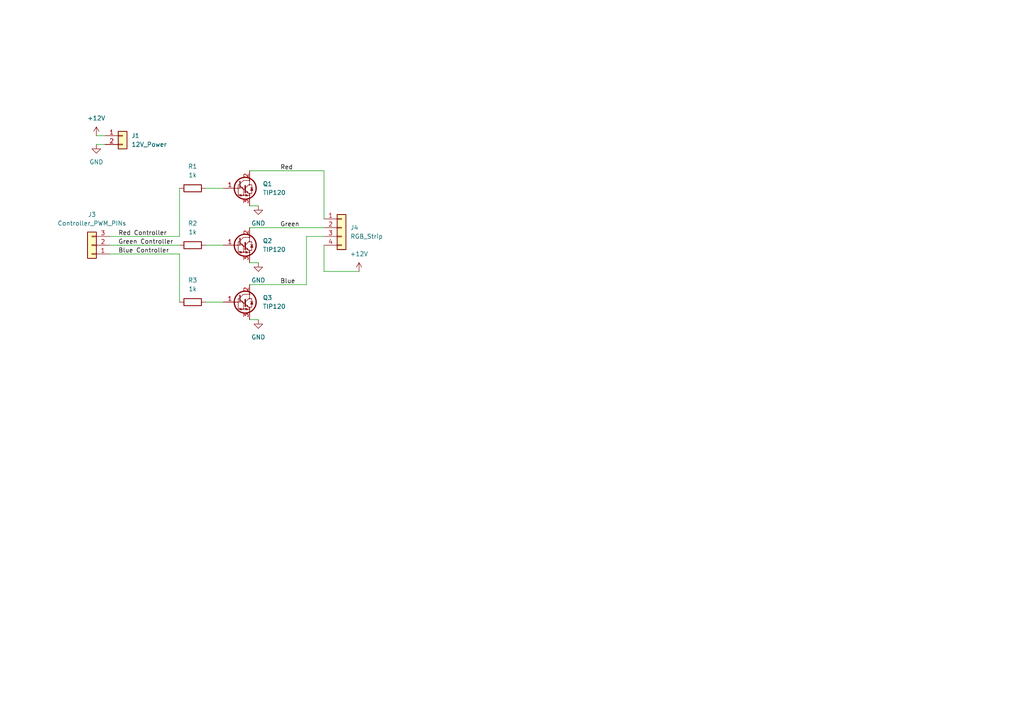
<source format=kicad_sch>
(kicad_sch (version 20211123) (generator eeschema)
  (paper "A4")
  (title_block (date "2022-08-22"))
  (lib_symbols
    (symbol "Connector_Generic:Conn_01x02" (pin_names (offset 1.016) hide)
      (property "Reference" "J" (at 0 2.54 0))
      (property "Value" "Conn_01x02" (at 0 -5.08 0))
      (symbol "Conn_01x02_1_1"
        (rectangle (start -1.27 -2.413) (end 0 -2.667) (stroke (width 0.1524)))
        (rectangle (start -1.27 0.127) (end 0 -0.127) (stroke (width 0.1524)))
        (rectangle (start -1.27 1.27) (end 1.27 -3.81) (stroke (width 0.254)) (fill (type background)))
        (pin passive line (at -5.08 0 0) (length 3.81) (name "Pin_1") (number "1"))
        (pin passive line (at -5.08 -2.54 0) (length 3.81) (name "Pin_2") (number "2"))
      )
    )
    (symbol "Connector_Generic:Conn_01x03" (pin_names (offset 1.016) hide)
      (property "Reference" "J" (at 0 5.08 0))
      (property "Value" "Conn_01x03" (at 0 -5.08 0))
      (symbol "Conn_01x03_1_1"
        (rectangle (start -1.27 -2.413) (end 0 -2.667) (stroke (width 0.1524)))
        (rectangle (start -1.27 0.127) (end 0 -0.127) (stroke (width 0.1524)))
        (rectangle (start -1.27 2.667) (end 0 2.413) (stroke (width 0.1524)))
        (rectangle (start -1.27 3.81) (end 1.27 -3.81) (stroke (width 0.254)) (fill (type background)))
        (pin passive line (at -5.08 2.54 0) (length 3.81) (name "Pin_1") (number "1"))
        (pin passive line (at -5.08 0 0) (length 3.81) (name "Pin_2") (number "2"))
        (pin passive line (at -5.08 -2.54 0) (length 3.81) (name "Pin_3") (number "3"))
      )
    )
    (symbol "Connector_Generic:Conn_01x04" (pin_names (offset 1.016) hide)
      (property "Reference" "J" (at 0 5.08 0))
      (property "Value" "Conn_01x04" (at 0 -7.62 0))
      (symbol "Conn_01x04_1_1"
        (rectangle (start -1.27 -4.953) (end 0 -5.207) (stroke (width 0.1524)))
        (rectangle (start -1.27 -2.413) (end 0 -2.667) (stroke (width 0.1524)))
        (rectangle (start -1.27 0.127) (end 0 -0.127) (stroke (width 0.1524)))
        (rectangle (start -1.27 2.667) (end 0 2.413) (stroke (width 0.1524)))
        (rectangle (start -1.27 3.81) (end 1.27 -6.35) (stroke (width 0.254)) (fill (type background)))
        (pin passive line (at -5.08 2.54 0) (length 3.81) (name "Pin_1") (number "1"))
        (pin passive line (at -5.08 0 0) (length 3.81) (name "Pin_2") (number "2"))
        (pin passive line (at -5.08 -2.54 0) (length 3.81) (name "Pin_3") (number "3"))
        (pin passive line (at -5.08 -5.08 0) (length 3.81) (name "Pin_4") (number "4"))
      )
    )
    (symbol "Device:R" (pin_numbers hide) (pin_names (offset 0))
      (property "Reference" "R" (at 2.032 0 90))
      (property "Value" "R" (at 0 0 90))
      (symbol "R_0_1"
        (rectangle (start -1.016 -2.54) (end 1.016 2.54) (stroke (width 0.254)))
      )
      (symbol "R_1_1"
        (pin passive line (at 0 3.81 270) (length 1.27) (name "~") (number "1"))
        (pin passive line (at 0 -3.81 90) (length 1.27) (name "~") (number "2"))
      )
    )
    (symbol "Transistor_BJT:TIP120" (pin_names (offset 0) hide)
      (property "Reference" "Q" (at 5.08 1.905 0))
      (property "Value" "TIP120" (at 5.08 0 0))
      (symbol "TIP120_0_1"
        (circle (center -0.762 0) (radius 0.127))
        (polyline (pts (xy -1.27 0) (xy -0.889 0)))
        (polyline (pts (xy 2.54 -2.032) (xy 2.54 -2.54)))
        (polyline (pts (xy 2.54 -1.524) (xy 3.175 -1.524)))
        (polyline (pts (xy 2.794 0.127) (xy 3.556 0.127)))
        (polyline (pts (xy 3.175 -0.635) (xy 3.175 -1.524)))
        (polyline (pts (xy 3.175 1.016) (xy 2.54 1.016)))
        (polyline (pts (xy 3.175 1.016) (xy 3.175 0.127)))
        (polyline (pts (xy -0.254 0.762) (xy 0.762 -0.254) (xy 1.27 -0.254)))
        (polyline (pts (xy -0.254 1.016) (xy -0.762 1.016) (xy -0.762 -2.032)))
        (polyline (pts (xy -0.254 1.27) (xy 0.762 2.286) (xy 2.54 2.286)))
        (polyline (pts (xy -0.254 2.032) (xy -0.254 0) (xy -0.254 0)) (stroke (width 0.3048)))
        (polyline (pts (xy 1.27 0.762) (xy 1.27 -1.27) (xy 1.27 -1.27)) (stroke (width 0.381)))
        (polyline (pts (xy 0.635 -0.127) (xy 0.381 0.381) (xy 0.127 0.127) (xy 0.635 -0.127)))
        (polyline (pts (xy 1.27 -0.508) (xy 2.286 -1.524) (xy 2.54 -1.524) (xy 2.54 -2.032)))
        (polyline (pts (xy 1.27 0) (xy 2.286 1.016) (xy 2.54 1.016) (xy 2.54 2.286)))
        (polyline (pts (xy 2.159 -1.397) (xy 1.905 -0.889) (xy 1.651 -1.143) (xy 2.159 -1.397)))
        (polyline (pts (xy 3.175 0.127) (xy 2.794 -0.635) (xy 3.556 -0.635) (xy 3.175 0.127)) (fill (type outline)))
        (polyline (pts (xy 0.762 -2.032) (xy 0.381 -2.032) (xy 0.254 -2.286) (xy 0.127 -1.778) (xy 0 -2.286) (xy -0.127 -1.778) (xy -0.254 -2.286) (xy -0.381 -1.778) (xy -0.508 -2.032) (xy -0.762 -2.032)))
        (polyline (pts (xy 0.762 -0.254) (xy 0.762 -2.032) (xy 1.143 -2.032) (xy 1.27 -1.778) (xy 1.397 -2.286) (xy 1.524 -1.778) (xy 1.651 -2.286) (xy 1.778 -1.778) (xy 1.905 -2.286) (xy 2.032 -2.032) (xy 2.54 -2.032)))
        (circle (center 0.762 -2.032) (radius 0.127))
        (circle (center 0.762 -0.254) (radius 0.127))
        (circle (center 1.27 0) (radius 3.175) (stroke (width 0.3556)))
        (circle (center 2.54 -2.032) (radius 0.127))
        (circle (center 2.54 -1.524) (radius 0.127))
        (circle (center 2.54 1.016) (radius 0.127))
        (circle (center 2.54 2.286) (radius 0.127))
      )
      (symbol "TIP120_1_1"
        (pin input line (at -5.08 0 0) (length 3.81) (name "B") (number "1"))
        (pin passive line (at 2.54 5.08 270) (length 2.667) (name "C") (number "2"))
        (pin passive line (at 2.54 -5.08 90) (length 2.54) (name "E") (number "3"))
      )
    )
    (symbol "power:+12V" (power) (pin_names (offset 0))
      (property "Value" "+12V" (at 0 3.556 0))
      (symbol "+12V_0_1"
        (polyline (pts (xy -0.762 1.27) (xy 0 2.54)))
        (polyline (pts (xy 0 0) (xy 0 2.54)))
        (polyline (pts (xy 0 2.54) (xy 0.762 1.27)))
      )
      (symbol "+12V_1_1"
        (pin power_in line (at 0 0 90) (length 0) hide (name "+12V") (number "1"))
      )
    )
    (symbol "power:GND" (power) (pin_names (offset 0))
      (property "Value" "GND" (at 0 -3.81 0))
      (symbol "GND_0_1"
        (polyline (pts (xy 0 0) (xy 0 -1.27) (xy 1.27 -1.27) (xy 0 -2.54) (xy -1.27 -1.27) (xy 0 -1.27)))
      )
      (symbol "GND_1_1"
        (pin power_in line (at 0 0 270) (length 0) hide (name "GND") (number "1"))
      )
    )
  )
  (wire (pts (xy 88.9 68.58) (xy 93.98 68.58)))
  (wire (pts (xy 93.98 71.12) (xy 93.98 78.74)))
  (wire (pts (xy 72.39 59.69) (xy 74.93 59.69)))
  (wire (pts (xy 72.39 82.55) (xy 88.9 82.55)))
  (wire (pts (xy 27.94 39.37) (xy 30.48 39.37)))
  (wire (pts (xy 59.69 87.63) (xy 64.77 87.63)))
  (wire (pts (xy 27.94 41.91) (xy 30.48 41.91)))
  (wire (pts (xy 72.39 49.53) (xy 93.98 49.53)))
  (wire (pts (xy 88.9 82.55) (xy 88.9 68.58)))
  (wire (pts (xy 52.07 68.58) (xy 52.07 54.61)))
  (wire (pts (xy 72.39 76.2) (xy 74.93 76.2)))
  (wire (pts (xy 59.69 71.12) (xy 64.77 71.12)))
  (wire (pts (xy 72.39 92.71) (xy 74.93 92.71)))
  (wire (pts (xy 31.75 68.58) (xy 52.07 68.58)))
  (wire (pts (xy 31.75 71.12) (xy 52.07 71.12)))
  (wire (pts (xy 31.75 73.66) (xy 52.07 73.66)))
  (wire (pts (xy 52.07 73.66) (xy 52.07 87.63)))
  (wire (pts (xy 59.69 54.61) (xy 64.77 54.61)))
  (wire (pts (xy 93.98 78.74) (xy 104.14 78.74)))
  (wire (pts (xy 72.39 66.04) (xy 93.98 66.04)))
  (wire (pts (xy 93.98 49.53) (xy 93.98 63.5)))
  (label "Green Controller" (at 34.29 71.12 0))
  (label "Red" (at 81.28 49.53 0))
  (label "Blue" (at 81.28 82.55 0))
  (label "Blue Controller" (at 34.29 73.66 0))
  (label "Red Controller" (at 34.29 68.58 0))
  (label "Green" (at 81.28 66.04 0))
  (symbol (lib_id "Transistor_BJT:TIP120") (at 69.85 87.63 0) (unit 1)
    (property "Reference" "Q3" (at 76.2 86.3599 0) (effects (justify left)))
    (property "Value" "TIP120" (at 76.2 88.8999 0) (effects (justify left)))
    (property "Footprint" "Package_TO_SOT_THT:TO-220-3_Vertical" (effects hide))
    (property "Datasheet" "https://www.onsemi.com/pub/Collateral/TIP120-D.PDF" (effects hide))
  )
  (symbol (lib_id "Connector_Generic:Conn_01x02") (at 35.56 39.37 0) (unit 1)
    (property "Reference" "J1" (at 38.1 39.3699 0) (effects (justify left)))
    (property "Value" "12V_Power" (at 38.1 41.9099 0) (effects (justify left)))
    (property "Footprint" "Connector_Project:Connector CTB1202_2BK" (effects hide))
    (property "Datasheet" "https://www.farnell.com/datasheets/2866642.pdf" (effects hide))
  )
  (symbol (lib_id "Device:R") (at 55.88 87.63 90) (unit 1)
    (property "Reference" "R3" (at 55.88 81.28 90))
    (property "Value" "1k" (at 55.88 83.82 90))
    (property "Footprint" "Resistor_THT:R_Axial_DIN0207_L6.3mm_D2.5mm_P15.24mm_Horizontal" (effects hide))
  )
  (symbol (lib_id "Transistor_BJT:TIP120") (at 69.85 54.61 0) (unit 1)
    (property "Reference" "Q1" (at 76.2 53.3399 0) (effects (justify left)))
    (property "Value" "TIP120" (at 76.2 55.8799 0) (effects (justify left)))
    (property "Footprint" "Package_TO_SOT_THT:TO-220-3_Vertical" (effects hide))
    (property "Datasheet" "https://www.onsemi.com/pub/Collateral/TIP120-D.PDF" (effects hide))
  )
  (symbol (lib_id "Transistor_BJT:TIP120") (at 69.85 71.12 0) (unit 1)
    (property "Reference" "Q2" (at 76.2 69.8499 0) (effects (justify left)))
    (property "Value" "TIP120" (at 76.2 72.3899 0) (effects (justify left)))
    (property "Footprint" "Package_TO_SOT_THT:TO-220-3_Vertical" (effects hide))
    (property "Datasheet" "https://www.onsemi.com/pub/Collateral/TIP120-D.PDF" (effects hide))
  )
  (symbol (lib_id "power:+12V") (at 27.94 39.37 0) (unit 1)
    (property "Reference" "#PWR0108" (effects hide))
    (property "Value" "+12V" (at 27.94 34.29 0))
  )
  (symbol (lib_id "power:GND") (at 74.93 76.2 0) (unit 1)
    (property "Reference" "#PWR0111" (effects hide))
    (property "Value" "GND" (at 74.93 81.28 0))
  )
  (symbol (lib_id "power:GND") (at 74.93 59.69 0) (unit 1)
    (property "Reference" "#PWR0110" (effects hide))
    (property "Value" "GND" (at 74.93 64.77 0))
  )
  (symbol (lib_id "Connector_Generic:Conn_01x03") (at 26.67 71.12 180) (unit 1)
    (property "Reference" "J3" (at 26.67 62.23 0))
    (property "Value" "Controller_PWM_PINs" (at 26.67 64.77 0))
    (property "Footprint" "Connector_PinHeader_2.54mm:PinHeader_1x03_P2.54mm_Horizontal" (effects hide))
    (property "Datasheet" "https://www.farnell.com/datasheets/2977292.pdf" (effects hide))
  )
  (symbol (lib_id "power:+12V") (at 104.14 78.74 0) (unit 1)
    (property "Reference" "#PWR0104" (effects hide))
    (property "Value" "+12V" (at 104.14 73.66 0))
  )
  (symbol (lib_id "Device:R") (at 55.88 54.61 90) (unit 1)
    (property "Reference" "R1" (at 55.88 48.26 90))
    (property "Value" "1k" (at 55.88 50.8 90))
    (property "Footprint" "Resistor_THT:R_Axial_DIN0207_L6.3mm_D2.5mm_P15.24mm_Horizontal" (effects hide))
  )
  (symbol (lib_id "power:GND") (at 27.94 41.91 0) (unit 1)
    (property "Reference" "#PWR0107" (effects hide))
    (property "Value" "GND" (at 27.94 46.99 0))
  )
  (symbol (lib_id "power:GND") (at 74.93 92.71 0) (unit 1)
    (property "Reference" "#PWR0109" (effects hide))
    (property "Value" "GND" (at 74.93 97.79 0))
  )
  (symbol (lib_id "Connector_Generic:Conn_01x04") (at 99.06 66.04 0) (unit 1)
    (property "Reference" "J4" (at 101.6 66.0399 0) (effects (justify left)))
    (property "Value" "RGB_Strip" (at 101.6 68.5799 0) (effects (justify left)))
    (property "Footprint" "Connector_Project:Connector CTB1202_4BK" (effects hide))
    (property "Datasheet" "https://www.farnell.com/datasheets/2866642.pdf" (effects hide))
  )
  (symbol (lib_id "Device:R") (at 55.88 71.12 90) (unit 1)
    (property "Reference" "R2" (at 55.88 64.77 90))
    (property "Value" "1k" (at 55.88 67.31 90))
    (property "Footprint" "Resistor_THT:R_Axial_DIN0207_L6.3mm_D2.5mm_P15.24mm_Horizontal" (effects hide))
  )
)
</source>
